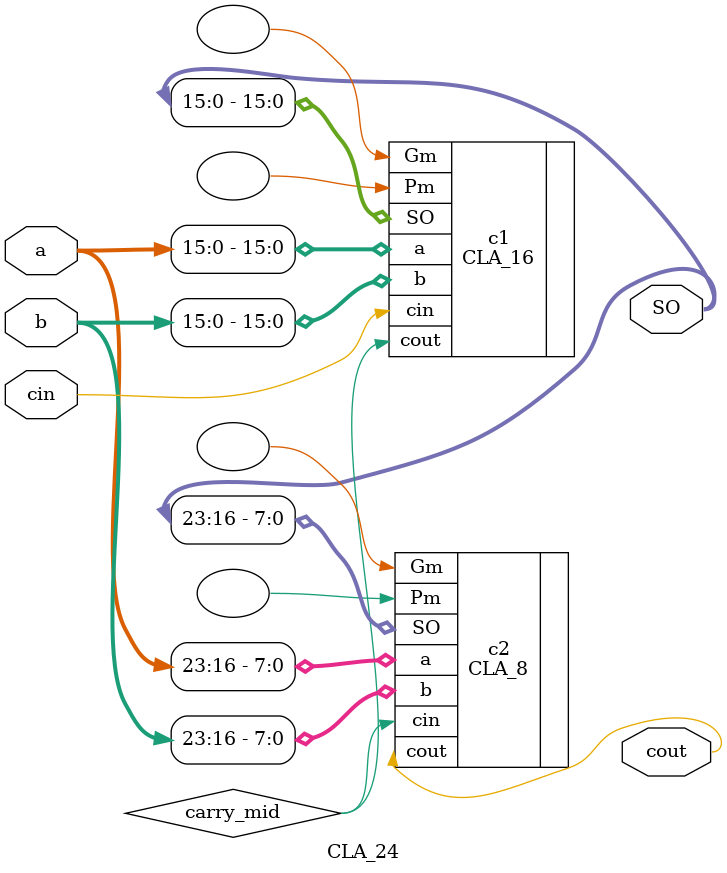
<source format=v>
`timescale 1ns / 1ps


module CLA_24(
    //clock and reset

    //input
    a,
    b,
    cin,

    //output
    SO,
    cout

    );

    //clock and reset

    //input 
    input [23:0]a;
    input [23:0]b;
    input cin;

    //output
    output [23:0]SO;
    output cout;

    //wire
    wire carry_mid;

    //code
    CLA_16 c1(.a(a[15:0]), .b(b[15:0]), .cin(cin), .SO(SO[15:0]), .Gm(), .Pm(), .cout(carry_mid));
    CLA_8 c2(.a(a[23:16]), .b(b[23:16]), .cin(carry_mid), .SO(SO[23:16]), .Gm(), .Pm(), .cout(cout));
endmodule

</source>
